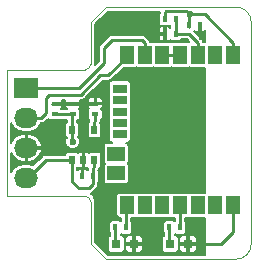
<source format=gbr>
%FSLAX46Y46*%
G04 Gerber Fmt 4.6, Leading zero omitted, Abs format (unit mm)*
G04 Created by KiCad (PCBNEW (2014-10-23 BZR 4804)-product) date mar. 16 déc. 2014 20:49:27 CET*
%MOMM*%
G01*
G04 APERTURE LIST*
%ADD10C,0.100000*%
%ADD11R,0.797560X0.797560*%
%ADD12R,2.032000X1.727200*%
%ADD13O,2.032000X1.727200*%
%ADD14R,1.200000X1.500000*%
%ADD15R,1.500000X1.200000*%
%ADD16R,1.200000X0.800000*%
%ADD17R,0.508000X0.762000*%
%ADD18R,0.398780X0.599440*%
%ADD19R,0.599440X0.398780*%
%ADD20C,0.600000*%
%ADD21C,0.254000*%
%ADD22C,0.150000*%
G04 APERTURE END LIST*
D10*
X137795000Y-91702700D02*
X137795000Y-88150700D01*
X137795000Y-103394700D02*
X137795000Y-106946700D01*
X130683000Y-102882700D02*
X137283000Y-102882700D01*
X130683000Y-92214700D02*
X130683000Y-102882700D01*
X137283000Y-92214700D02*
X130683000Y-92214700D01*
X137283000Y-102882700D02*
G75*
G02X137795000Y-103394700I0J-512000D01*
G01*
X137795000Y-91702700D02*
G75*
G02X137283000Y-92214700I-512000J0D01*
G01*
X150114000Y-86880700D02*
G75*
G02X151384000Y-88150700I0J-1270000D01*
G01*
X151384000Y-106946700D02*
G75*
G02X150114000Y-108216700I-1270000J0D01*
G01*
X139065000Y-108216700D02*
X137795000Y-106946700D01*
X150114000Y-108216700D02*
X139065000Y-108216700D01*
X151384000Y-88150700D02*
X151384000Y-106946700D01*
X139065000Y-86880700D02*
X150114000Y-86880700D01*
X137795000Y-88150700D02*
X139065000Y-86880700D01*
D11*
X139966700Y-106934000D03*
X141465300Y-106934000D03*
X144538700Y-106934000D03*
X146037300Y-106934000D03*
D12*
X132334000Y-93726000D03*
D13*
X132334000Y-96266000D03*
X132334000Y-98806000D03*
X132334000Y-101346000D03*
D14*
X140855000Y-103660000D03*
X142355000Y-103660000D03*
X143855000Y-103660000D03*
X145355000Y-103660000D03*
X146855000Y-103660000D03*
X148355000Y-103660000D03*
X149855000Y-103660000D03*
X149855000Y-90920000D03*
X148355000Y-90920000D03*
X146855000Y-90920000D03*
X145355000Y-90920000D03*
X143855000Y-90920000D03*
X142355000Y-90920000D03*
X140855000Y-90920000D03*
D15*
X139955000Y-99310000D03*
X139955000Y-100960000D03*
D16*
X140255000Y-97660000D03*
X140255000Y-96695000D03*
X140255000Y-95730000D03*
X140255000Y-94765000D03*
X140255000Y-93800000D03*
D17*
X136207500Y-99822000D03*
X138112500Y-99822000D03*
X136207500Y-97282000D03*
X137160000Y-99822000D03*
X138112500Y-97282000D03*
D18*
X146108420Y-88392000D03*
X147007580Y-88392000D03*
X144076420Y-89154000D03*
X144975580Y-89154000D03*
X137091420Y-101219000D03*
X137990580Y-101219000D03*
D19*
X138176000Y-95054420D03*
X138176000Y-95953580D03*
X136271000Y-95054420D03*
X136271000Y-95953580D03*
X134747000Y-95054420D03*
X134747000Y-95953580D03*
D18*
X140784580Y-105537000D03*
X139885420Y-105537000D03*
X145356580Y-105537000D03*
X144457420Y-105537000D03*
X144975580Y-87884000D03*
X144076420Y-87884000D03*
D20*
X136271000Y-98298000D03*
X146177000Y-87503000D03*
X138176000Y-94107000D03*
X143129000Y-89154000D03*
X147193000Y-89408000D03*
X143065500Y-106934000D03*
X147139873Y-106934000D03*
D21*
X146108420Y-88392000D02*
X146108420Y-88598064D01*
X136207500Y-97269300D02*
X136207500Y-97282000D01*
X134747000Y-95953600D02*
X136207500Y-95953600D01*
X136207500Y-97269300D02*
X136207500Y-96519700D01*
X136207500Y-95953600D02*
X136271000Y-95953600D01*
X136207500Y-95953600D02*
X136207500Y-96519700D01*
X136207500Y-97282000D02*
X136207500Y-98234500D01*
X136207500Y-98234500D02*
X136271000Y-98298000D01*
X149855000Y-90920000D02*
X149855000Y-89916000D01*
X149855000Y-89916000D02*
X147442000Y-87503000D01*
X147442000Y-87503000D02*
X146601264Y-87503000D01*
X146601264Y-87503000D02*
X146177000Y-87503000D01*
X146108420Y-87571580D02*
X146177000Y-87503000D01*
X146108420Y-88392000D02*
X146108420Y-87571580D01*
X145877001Y-87203001D02*
X146177000Y-87503000D01*
X144190999Y-87203001D02*
X145877001Y-87203001D01*
X144076420Y-87317580D02*
X144190999Y-87203001D01*
X144076420Y-87884000D02*
X144076420Y-87317580D01*
X137160000Y-95054400D02*
X138176000Y-95054400D01*
X136271000Y-95054400D02*
X137160000Y-95054400D01*
X137160000Y-95054400D02*
X137160000Y-99059700D01*
X134747000Y-95054400D02*
X134521300Y-95054400D01*
X136271000Y-95054400D02*
X134747000Y-95054400D01*
X137160000Y-99822000D02*
X137160000Y-100584300D01*
X137091400Y-101219000D02*
X137091400Y-100652900D01*
X137091400Y-100652900D02*
X137160000Y-100584300D01*
X137160000Y-99822000D02*
X137160000Y-99059700D01*
X149855000Y-105923000D02*
X149855000Y-103660000D01*
X148844000Y-106934000D02*
X149855000Y-105923000D01*
X138176000Y-95054420D02*
X138176000Y-94107000D01*
X144076420Y-89154000D02*
X143129000Y-89154000D01*
X147007580Y-89222580D02*
X147193000Y-89408000D01*
X147007580Y-88392000D02*
X147007580Y-89222580D01*
X141465300Y-106934000D02*
X143065500Y-106934000D01*
X146037300Y-106934000D02*
X147139873Y-106934000D01*
X147139873Y-106934000D02*
X148844000Y-106934000D01*
X146855000Y-90571398D02*
X146855000Y-90920000D01*
X144975580Y-89154000D02*
X144975580Y-87884000D01*
X145428970Y-89154000D02*
X144975580Y-89154000D01*
X146093000Y-89154000D02*
X145428970Y-89154000D01*
X146855000Y-89916000D02*
X146093000Y-89154000D01*
X146855000Y-90920000D02*
X146855000Y-89916000D01*
X137990600Y-101219000D02*
X137990600Y-101900000D01*
X137990600Y-100878500D02*
X137990600Y-101219000D01*
X137990600Y-100878500D02*
X137990600Y-100538000D01*
X137990600Y-100538000D02*
X138112500Y-100416100D01*
X138112500Y-100416100D02*
X138112500Y-99822000D01*
X134010400Y-99822000D02*
X136207500Y-99822000D01*
X132486400Y-101346000D02*
X134010400Y-99822000D01*
X132334000Y-101346000D02*
X132486400Y-101346000D01*
X136207500Y-99822000D02*
X136207500Y-101663500D01*
X136207500Y-101663500D02*
X136779000Y-102235000D01*
X137655600Y-102235000D02*
X137990600Y-101900000D01*
X136779000Y-102235000D02*
X137655600Y-102235000D01*
X138176000Y-95953600D02*
X138176000Y-96534300D01*
X138176000Y-96534300D02*
X138112500Y-96597800D01*
X138112500Y-96597800D02*
X138112500Y-97282000D01*
X139885420Y-106852720D02*
X139966700Y-106934000D01*
X139885420Y-105537000D02*
X139885420Y-106852720D01*
X144457420Y-106852720D02*
X144538700Y-106934000D01*
X144457420Y-105537000D02*
X144457420Y-106852720D01*
X142101000Y-89662000D02*
X142355000Y-89916000D01*
X139636500Y-89662000D02*
X142101000Y-89662000D01*
X142355000Y-89916000D02*
X142355000Y-90920000D01*
X138911966Y-90386534D02*
X139636500Y-89662000D01*
X138911966Y-91656534D02*
X138911966Y-90386534D01*
X136842500Y-93726000D02*
X138911966Y-91656534D01*
X132334000Y-93726000D02*
X136842500Y-93726000D01*
X133604000Y-96266000D02*
X132334000Y-96266000D01*
X133984285Y-95885715D02*
X133604000Y-96266000D01*
X134302500Y-94297500D02*
X133984285Y-94615715D01*
X133984285Y-94615715D02*
X133984285Y-95885715D01*
X136969500Y-94297500D02*
X134302500Y-94297500D01*
X138620500Y-92646500D02*
X136969500Y-94297500D01*
X139278500Y-92646500D02*
X140855000Y-91070000D01*
X140855000Y-91070000D02*
X140855000Y-90920000D01*
X138620500Y-92646500D02*
X139278500Y-92646500D01*
X140784580Y-103730420D02*
X140855000Y-103660000D01*
X140784580Y-105537000D02*
X140784580Y-103730420D01*
X145355000Y-103660000D02*
X145355000Y-104791300D01*
X145356600Y-105537000D02*
X145356600Y-104792900D01*
X145356600Y-104792900D02*
X145355000Y-104791300D01*
X143855000Y-90920000D02*
X145355000Y-90920000D01*
D22*
G36*
X146151063Y-89856945D02*
X146105000Y-89876024D01*
X146020442Y-89841000D01*
X145889558Y-89841000D01*
X144689558Y-89841000D01*
X144605000Y-89876024D01*
X144520442Y-89841000D01*
X144389558Y-89841000D01*
X144024420Y-89841000D01*
X144024420Y-89700470D01*
X144024420Y-89206000D01*
X144024420Y-89102000D01*
X144024420Y-88607530D01*
X143942170Y-88525280D01*
X143811588Y-88525280D01*
X143690667Y-88575367D01*
X143598117Y-88667916D01*
X143548030Y-88788838D01*
X143548030Y-88919722D01*
X143548030Y-89019750D01*
X143630280Y-89102000D01*
X144024420Y-89102000D01*
X144024420Y-89206000D01*
X143630280Y-89206000D01*
X143548030Y-89288250D01*
X143548030Y-89388278D01*
X143548030Y-89519162D01*
X143598117Y-89640084D01*
X143690667Y-89732633D01*
X143811588Y-89782720D01*
X143942170Y-89782720D01*
X144024420Y-89700470D01*
X144024420Y-89841000D01*
X143189558Y-89841000D01*
X143105000Y-89876024D01*
X143020442Y-89841000D01*
X142889558Y-89841000D01*
X142796081Y-89841000D01*
X142776289Y-89741496D01*
X142677441Y-89593559D01*
X142423441Y-89339559D01*
X142275504Y-89240711D01*
X142101000Y-89206000D01*
X139636505Y-89206000D01*
X139636500Y-89205999D01*
X139490948Y-89234951D01*
X139461996Y-89240711D01*
X139314059Y-89339559D01*
X138589525Y-90064093D01*
X138490677Y-90212030D01*
X138455966Y-90386534D01*
X138455966Y-91467652D01*
X138166717Y-91756900D01*
X138166717Y-91739309D01*
X138174000Y-91702700D01*
X138174000Y-88307686D01*
X139221986Y-87259700D01*
X143631933Y-87259700D01*
X143620420Y-87317580D01*
X143620420Y-87375613D01*
X143598117Y-87397916D01*
X143548030Y-87518838D01*
X143548030Y-87649722D01*
X143548030Y-88249162D01*
X143598117Y-88370083D01*
X143690666Y-88462633D01*
X143811588Y-88512720D01*
X143942472Y-88512720D01*
X144341252Y-88512720D01*
X144462173Y-88462633D01*
X144519580Y-88405226D01*
X144519580Y-88632773D01*
X144462173Y-88575367D01*
X144341252Y-88525280D01*
X144210670Y-88525280D01*
X144128420Y-88607530D01*
X144128420Y-89102000D01*
X144148420Y-89102000D01*
X144148420Y-89206000D01*
X144128420Y-89206000D01*
X144128420Y-89700470D01*
X144210670Y-89782720D01*
X144341252Y-89782720D01*
X144462173Y-89732633D01*
X144526000Y-89668806D01*
X144589826Y-89732633D01*
X144710748Y-89782720D01*
X144841632Y-89782720D01*
X145240412Y-89782720D01*
X145361333Y-89732633D01*
X145453883Y-89640084D01*
X145466344Y-89610000D01*
X145904118Y-89610000D01*
X146151063Y-89856945D01*
X146151063Y-89856945D01*
G37*
X146151063Y-89856945D02*
X146105000Y-89876024D01*
X146020442Y-89841000D01*
X145889558Y-89841000D01*
X144689558Y-89841000D01*
X144605000Y-89876024D01*
X144520442Y-89841000D01*
X144389558Y-89841000D01*
X144024420Y-89841000D01*
X144024420Y-89700470D01*
X144024420Y-89206000D01*
X144024420Y-89102000D01*
X144024420Y-88607530D01*
X143942170Y-88525280D01*
X143811588Y-88525280D01*
X143690667Y-88575367D01*
X143598117Y-88667916D01*
X143548030Y-88788838D01*
X143548030Y-88919722D01*
X143548030Y-89019750D01*
X143630280Y-89102000D01*
X144024420Y-89102000D01*
X144024420Y-89206000D01*
X143630280Y-89206000D01*
X143548030Y-89288250D01*
X143548030Y-89388278D01*
X143548030Y-89519162D01*
X143598117Y-89640084D01*
X143690667Y-89732633D01*
X143811588Y-89782720D01*
X143942170Y-89782720D01*
X144024420Y-89700470D01*
X144024420Y-89841000D01*
X143189558Y-89841000D01*
X143105000Y-89876024D01*
X143020442Y-89841000D01*
X142889558Y-89841000D01*
X142796081Y-89841000D01*
X142776289Y-89741496D01*
X142677441Y-89593559D01*
X142423441Y-89339559D01*
X142275504Y-89240711D01*
X142101000Y-89206000D01*
X139636505Y-89206000D01*
X139636500Y-89205999D01*
X139490948Y-89234951D01*
X139461996Y-89240711D01*
X139314059Y-89339559D01*
X138589525Y-90064093D01*
X138490677Y-90212030D01*
X138455966Y-90386534D01*
X138455966Y-91467652D01*
X138166717Y-91756900D01*
X138166717Y-91739309D01*
X138174000Y-91702700D01*
X138174000Y-88307686D01*
X139221986Y-87259700D01*
X143631933Y-87259700D01*
X143620420Y-87317580D01*
X143620420Y-87375613D01*
X143598117Y-87397916D01*
X143548030Y-87518838D01*
X143548030Y-87649722D01*
X143548030Y-88249162D01*
X143598117Y-88370083D01*
X143690666Y-88462633D01*
X143811588Y-88512720D01*
X143942472Y-88512720D01*
X144341252Y-88512720D01*
X144462173Y-88462633D01*
X144519580Y-88405226D01*
X144519580Y-88632773D01*
X144462173Y-88575367D01*
X144341252Y-88525280D01*
X144210670Y-88525280D01*
X144128420Y-88607530D01*
X144128420Y-89102000D01*
X144148420Y-89102000D01*
X144148420Y-89206000D01*
X144128420Y-89206000D01*
X144128420Y-89700470D01*
X144210670Y-89782720D01*
X144341252Y-89782720D01*
X144462173Y-89732633D01*
X144526000Y-89668806D01*
X144589826Y-89732633D01*
X144710748Y-89782720D01*
X144841632Y-89782720D01*
X145240412Y-89782720D01*
X145361333Y-89732633D01*
X145453883Y-89640084D01*
X145466344Y-89610000D01*
X145904118Y-89610000D01*
X146151063Y-89856945D01*
G36*
X147510500Y-89841000D02*
X147389558Y-89841000D01*
X147296082Y-89841000D01*
X147282048Y-89770448D01*
X147276289Y-89741497D01*
X147276289Y-89741496D01*
X147177441Y-89593559D01*
X146524344Y-88940462D01*
X146558000Y-88906806D01*
X146621827Y-88970633D01*
X146742748Y-89020720D01*
X146873330Y-89020720D01*
X146955580Y-88938470D01*
X146955580Y-88444000D01*
X146935580Y-88444000D01*
X146935580Y-88340000D01*
X146955580Y-88340000D01*
X146955580Y-88320000D01*
X147059580Y-88320000D01*
X147059580Y-88340000D01*
X147079580Y-88340000D01*
X147079580Y-88444000D01*
X147059580Y-88444000D01*
X147059580Y-88938470D01*
X147141830Y-89020720D01*
X147272412Y-89020720D01*
X147393333Y-88970633D01*
X147485883Y-88878084D01*
X147510500Y-88818652D01*
X147510500Y-89841000D01*
X147510500Y-89841000D01*
G37*
X147510500Y-89841000D02*
X147389558Y-89841000D01*
X147296082Y-89841000D01*
X147282048Y-89770448D01*
X147276289Y-89741497D01*
X147276289Y-89741496D01*
X147177441Y-89593559D01*
X146524344Y-88940462D01*
X146558000Y-88906806D01*
X146621827Y-88970633D01*
X146742748Y-89020720D01*
X146873330Y-89020720D01*
X146955580Y-88938470D01*
X146955580Y-88444000D01*
X146935580Y-88444000D01*
X146935580Y-88340000D01*
X146955580Y-88340000D01*
X146955580Y-88320000D01*
X147059580Y-88320000D01*
X147059580Y-88340000D01*
X147079580Y-88340000D01*
X147079580Y-88444000D01*
X147059580Y-88444000D01*
X147059580Y-88938470D01*
X147141830Y-89020720D01*
X147272412Y-89020720D01*
X147393333Y-88970633D01*
X147485883Y-88878084D01*
X147510500Y-88818652D01*
X147510500Y-89841000D01*
G36*
X147510500Y-107837700D02*
X146765080Y-107837700D01*
X146765080Y-107398222D01*
X146765080Y-107267338D01*
X146765080Y-107068250D01*
X146765080Y-106799750D01*
X146765080Y-106600662D01*
X146765080Y-106469778D01*
X146714993Y-106348856D01*
X146622443Y-106256307D01*
X146501522Y-106206220D01*
X146171550Y-106206220D01*
X146089300Y-106288470D01*
X146089300Y-106882000D01*
X146682830Y-106882000D01*
X146765080Y-106799750D01*
X146765080Y-107068250D01*
X146682830Y-106986000D01*
X146089300Y-106986000D01*
X146089300Y-107579530D01*
X146171550Y-107661780D01*
X146501522Y-107661780D01*
X146622443Y-107611693D01*
X146714993Y-107519144D01*
X146765080Y-107398222D01*
X146765080Y-107837700D01*
X145985300Y-107837700D01*
X145985300Y-107579530D01*
X145985300Y-106986000D01*
X145985300Y-106882000D01*
X145985300Y-106288470D01*
X145903050Y-106206220D01*
X145573078Y-106206220D01*
X145452157Y-106256307D01*
X145359607Y-106348856D01*
X145309520Y-106469778D01*
X145309520Y-106600662D01*
X145309520Y-106799750D01*
X145391770Y-106882000D01*
X145985300Y-106882000D01*
X145985300Y-106986000D01*
X145391770Y-106986000D01*
X145309520Y-107068250D01*
X145309520Y-107267338D01*
X145309520Y-107398222D01*
X145359607Y-107519144D01*
X145452157Y-107611693D01*
X145573078Y-107661780D01*
X145903050Y-107661780D01*
X145985300Y-107579530D01*
X145985300Y-107837700D01*
X142193080Y-107837700D01*
X142193080Y-107398222D01*
X142193080Y-107267338D01*
X142193080Y-107068250D01*
X142193080Y-106799750D01*
X142193080Y-106600662D01*
X142193080Y-106469778D01*
X142142993Y-106348856D01*
X142050443Y-106256307D01*
X141929522Y-106206220D01*
X141599550Y-106206220D01*
X141517300Y-106288470D01*
X141517300Y-106882000D01*
X142110830Y-106882000D01*
X142193080Y-106799750D01*
X142193080Y-107068250D01*
X142110830Y-106986000D01*
X141517300Y-106986000D01*
X141517300Y-107579530D01*
X141599550Y-107661780D01*
X141929522Y-107661780D01*
X142050443Y-107611693D01*
X142142993Y-107519144D01*
X142193080Y-107398222D01*
X142193080Y-107837700D01*
X141413300Y-107837700D01*
X141413300Y-107579530D01*
X141413300Y-106986000D01*
X141413300Y-106882000D01*
X141413300Y-106288470D01*
X141331050Y-106206220D01*
X141001078Y-106206220D01*
X140880157Y-106256307D01*
X140787607Y-106348856D01*
X140737520Y-106469778D01*
X140737520Y-106600662D01*
X140737520Y-106799750D01*
X140819770Y-106882000D01*
X141413300Y-106882000D01*
X141413300Y-106986000D01*
X140819770Y-106986000D01*
X140737520Y-107068250D01*
X140737520Y-107267338D01*
X140737520Y-107398222D01*
X140787607Y-107519144D01*
X140880157Y-107611693D01*
X141001078Y-107661780D01*
X141331050Y-107661780D01*
X141413300Y-107579530D01*
X141413300Y-107837700D01*
X139221986Y-107837700D01*
X138804720Y-107420433D01*
X138804720Y-96218412D01*
X138804720Y-96087528D01*
X138804720Y-95688748D01*
X138754633Y-95567827D01*
X138690806Y-95504000D01*
X138754633Y-95440173D01*
X138804720Y-95319252D01*
X138804720Y-95188670D01*
X138804720Y-94920170D01*
X138804720Y-94789588D01*
X138754633Y-94668667D01*
X138662084Y-94576117D01*
X138541162Y-94526030D01*
X138410278Y-94526030D01*
X138310250Y-94526030D01*
X138228000Y-94608280D01*
X138228000Y-95002420D01*
X138722470Y-95002420D01*
X138804720Y-94920170D01*
X138804720Y-95188670D01*
X138722470Y-95106420D01*
X138228000Y-95106420D01*
X138228000Y-95126420D01*
X138124000Y-95126420D01*
X138124000Y-95106420D01*
X138124000Y-95002420D01*
X138124000Y-94608280D01*
X138041750Y-94526030D01*
X137941722Y-94526030D01*
X137810838Y-94526030D01*
X137689916Y-94576117D01*
X137597367Y-94668667D01*
X137547280Y-94789588D01*
X137547280Y-94920170D01*
X137629530Y-95002420D01*
X138124000Y-95002420D01*
X138124000Y-95106420D01*
X137629530Y-95106420D01*
X137547280Y-95188670D01*
X137547280Y-95319252D01*
X137597367Y-95440173D01*
X137661193Y-95504000D01*
X137597367Y-95567826D01*
X137547280Y-95688748D01*
X137547280Y-95819632D01*
X137547280Y-96218412D01*
X137597367Y-96339333D01*
X137689571Y-96431538D01*
X137656500Y-96597800D01*
X137656500Y-96637723D01*
X137579587Y-96714636D01*
X137529500Y-96835558D01*
X137529500Y-96966442D01*
X137529500Y-97728442D01*
X137579587Y-97849363D01*
X137672136Y-97941913D01*
X137793058Y-97992000D01*
X137923942Y-97992000D01*
X138431942Y-97992000D01*
X138552863Y-97941913D01*
X138645413Y-97849364D01*
X138695500Y-97728442D01*
X138695500Y-97597558D01*
X138695500Y-96835558D01*
X138645413Y-96714637D01*
X138604306Y-96673529D01*
X138632000Y-96534300D01*
X138632001Y-96534300D01*
X138632000Y-96534294D01*
X138632000Y-96444343D01*
X138662083Y-96431883D01*
X138754633Y-96339334D01*
X138804720Y-96218412D01*
X138804720Y-107420433D01*
X138174000Y-106789713D01*
X138174000Y-103394700D01*
X138166717Y-103358090D01*
X138166718Y-103320761D01*
X138127744Y-103124826D01*
X138093253Y-103041559D01*
X138071154Y-102988206D01*
X138071152Y-102988204D01*
X137960167Y-102822101D01*
X137960165Y-102822099D01*
X137855601Y-102717535D01*
X137855599Y-102717533D01*
X137779118Y-102666430D01*
X137830103Y-102656289D01*
X137830104Y-102656289D01*
X137978041Y-102557441D01*
X138313037Y-102222443D01*
X138313041Y-102222441D01*
X138313041Y-102222440D01*
X138379089Y-102123592D01*
X138411889Y-102074504D01*
X138411890Y-102074503D01*
X138446600Y-101900000D01*
X138446601Y-101900000D01*
X138446600Y-101899994D01*
X138446600Y-101727366D01*
X138468883Y-101705084D01*
X138518970Y-101584162D01*
X138518970Y-101453278D01*
X138518970Y-100853838D01*
X138468883Y-100732917D01*
X138450788Y-100714822D01*
X138500989Y-100639692D01*
X138533789Y-100590604D01*
X138533790Y-100590603D01*
X138556042Y-100478733D01*
X138645413Y-100389364D01*
X138695500Y-100268442D01*
X138695500Y-100137558D01*
X138695500Y-99375558D01*
X138645413Y-99254637D01*
X138552864Y-99162087D01*
X138431942Y-99112000D01*
X138301058Y-99112000D01*
X137793058Y-99112000D01*
X137672137Y-99162087D01*
X137636250Y-99197973D01*
X137600363Y-99162087D01*
X137479442Y-99112000D01*
X137294250Y-99112000D01*
X137212000Y-99194250D01*
X137212000Y-99770000D01*
X137232000Y-99770000D01*
X137232000Y-99874000D01*
X137212000Y-99874000D01*
X137212000Y-100449750D01*
X137294250Y-100532000D01*
X137479442Y-100532000D01*
X137540853Y-100506562D01*
X137534600Y-100538000D01*
X137534600Y-100697793D01*
X137477173Y-100640367D01*
X137356252Y-100590280D01*
X137225670Y-100590280D01*
X137143420Y-100672530D01*
X137143420Y-101167000D01*
X137163420Y-101167000D01*
X137163420Y-101271000D01*
X137143420Y-101271000D01*
X137143420Y-101291000D01*
X137039420Y-101291000D01*
X137039420Y-101271000D01*
X137019420Y-101271000D01*
X137019420Y-101167000D01*
X137039420Y-101167000D01*
X137039420Y-100672530D01*
X136957170Y-100590280D01*
X136826588Y-100590280D01*
X136705667Y-100640367D01*
X136663500Y-100682533D01*
X136663500Y-100466276D01*
X136683750Y-100446026D01*
X136719637Y-100481913D01*
X136840558Y-100532000D01*
X137025750Y-100532000D01*
X137108000Y-100449750D01*
X137108000Y-99874000D01*
X137088000Y-99874000D01*
X137088000Y-99770000D01*
X137108000Y-99770000D01*
X137108000Y-99194250D01*
X137025750Y-99112000D01*
X136840558Y-99112000D01*
X136719637Y-99162087D01*
X136683750Y-99197973D01*
X136647864Y-99162087D01*
X136526942Y-99112000D01*
X136396058Y-99112000D01*
X135888058Y-99112000D01*
X135767137Y-99162087D01*
X135674587Y-99254636D01*
X135628459Y-99366000D01*
X134010400Y-99366000D01*
X133835896Y-99400711D01*
X133687959Y-99499559D01*
X133687956Y-99499562D01*
X133655062Y-99532456D01*
X133655062Y-99043746D01*
X133655062Y-98568254D01*
X133608118Y-98397653D01*
X133366465Y-97999474D01*
X132990830Y-97724081D01*
X132538400Y-97613400D01*
X132386000Y-97613400D01*
X132386000Y-98754000D01*
X133595532Y-98754000D01*
X133655062Y-98568254D01*
X133655062Y-99043746D01*
X133595532Y-98858000D01*
X132386000Y-98858000D01*
X132386000Y-99998600D01*
X132538400Y-99998600D01*
X132990830Y-99887919D01*
X133366465Y-99612526D01*
X133608118Y-99214347D01*
X133655062Y-99043746D01*
X133655062Y-99532456D01*
X132947618Y-100239900D01*
X132512750Y-100153400D01*
X132155250Y-100153400D01*
X131698862Y-100244181D01*
X131311954Y-100502704D01*
X131062000Y-100876787D01*
X131062000Y-99217836D01*
X131301535Y-99612526D01*
X131677170Y-99887919D01*
X132129600Y-99998600D01*
X132282000Y-99998600D01*
X132282000Y-98858000D01*
X132262000Y-98858000D01*
X132262000Y-98754000D01*
X132282000Y-98754000D01*
X132282000Y-97613400D01*
X132129600Y-97613400D01*
X131677170Y-97724081D01*
X131301535Y-97999474D01*
X131062000Y-98394163D01*
X131062000Y-96735212D01*
X131311954Y-97109296D01*
X131698862Y-97367819D01*
X132155250Y-97458600D01*
X132512750Y-97458600D01*
X132969138Y-97367819D01*
X133356046Y-97109296D01*
X133614569Y-96722388D01*
X133615084Y-96719795D01*
X133778503Y-96687289D01*
X133778504Y-96687289D01*
X133926441Y-96588441D01*
X134171957Y-96342924D01*
X134260916Y-96431883D01*
X134381838Y-96481970D01*
X134512722Y-96481970D01*
X135112162Y-96481970D01*
X135233083Y-96431883D01*
X135255366Y-96409600D01*
X135751500Y-96409600D01*
X135751500Y-96519700D01*
X135751500Y-96637723D01*
X135674587Y-96714636D01*
X135624500Y-96835558D01*
X135624500Y-96966442D01*
X135624500Y-97728442D01*
X135674587Y-97849363D01*
X135751500Y-97926276D01*
X135751500Y-97927829D01*
X135738071Y-97941235D01*
X135642109Y-98172335D01*
X135641891Y-98422567D01*
X135737449Y-98653834D01*
X135914235Y-98830929D01*
X136145335Y-98926891D01*
X136395567Y-98927109D01*
X136626834Y-98831551D01*
X136803929Y-98654765D01*
X136899891Y-98423665D01*
X136900109Y-98173433D01*
X136804551Y-97942166D01*
X136726149Y-97863627D01*
X136740413Y-97849364D01*
X136790500Y-97728442D01*
X136790500Y-97597558D01*
X136790500Y-96835558D01*
X136740413Y-96714637D01*
X136663500Y-96637723D01*
X136663500Y-96519700D01*
X136663500Y-96470646D01*
X136757083Y-96431883D01*
X136849633Y-96339334D01*
X136899720Y-96218412D01*
X136899720Y-96087528D01*
X136899720Y-95688748D01*
X136849633Y-95567827D01*
X136785806Y-95504000D01*
X136849633Y-95440173D01*
X136899720Y-95319252D01*
X136899720Y-95188670D01*
X136817470Y-95106420D01*
X136323000Y-95106420D01*
X136323000Y-95126420D01*
X136219000Y-95126420D01*
X136219000Y-95106420D01*
X135724530Y-95106420D01*
X135642280Y-95188670D01*
X135642280Y-95319252D01*
X135692367Y-95440173D01*
X135749793Y-95497600D01*
X135268206Y-95497600D01*
X135325633Y-95440173D01*
X135375720Y-95319252D01*
X135375720Y-95188670D01*
X135293470Y-95106420D01*
X134799000Y-95106420D01*
X134799000Y-95126420D01*
X134695000Y-95126420D01*
X134695000Y-95106420D01*
X134675000Y-95106420D01*
X134675000Y-95002420D01*
X134695000Y-95002420D01*
X134695000Y-94982420D01*
X134799000Y-94982420D01*
X134799000Y-95002420D01*
X135293470Y-95002420D01*
X135375720Y-94920170D01*
X135375720Y-94789588D01*
X135360771Y-94753500D01*
X135657228Y-94753500D01*
X135642280Y-94789588D01*
X135642280Y-94920170D01*
X135724530Y-95002420D01*
X136219000Y-95002420D01*
X136219000Y-94982420D01*
X136323000Y-94982420D01*
X136323000Y-95002420D01*
X136817470Y-95002420D01*
X136899720Y-94920170D01*
X136899720Y-94789588D01*
X136884771Y-94753500D01*
X136969500Y-94753500D01*
X137144003Y-94718789D01*
X137144004Y-94718789D01*
X137291941Y-94619941D01*
X138809381Y-93102500D01*
X139278500Y-93102500D01*
X139453003Y-93067789D01*
X139453004Y-93067789D01*
X139600941Y-92968941D01*
X140570881Y-91999000D01*
X141520442Y-91999000D01*
X141604999Y-91963975D01*
X141689558Y-91999000D01*
X141820442Y-91999000D01*
X143020442Y-91999000D01*
X143104999Y-91963975D01*
X143189558Y-91999000D01*
X143320442Y-91999000D01*
X144520442Y-91999000D01*
X144604999Y-91963975D01*
X144689558Y-91999000D01*
X144820442Y-91999000D01*
X146020442Y-91999000D01*
X146104999Y-91963975D01*
X146189558Y-91999000D01*
X146320442Y-91999000D01*
X147510500Y-91999000D01*
X147510500Y-102581000D01*
X147389558Y-102581000D01*
X146189558Y-102581000D01*
X146105000Y-102616024D01*
X146020442Y-102581000D01*
X145889558Y-102581000D01*
X144689558Y-102581000D01*
X144605000Y-102616024D01*
X144520442Y-102581000D01*
X144389558Y-102581000D01*
X143189558Y-102581000D01*
X143105000Y-102616024D01*
X143020442Y-102581000D01*
X142889558Y-102581000D01*
X141689558Y-102581000D01*
X141605000Y-102616024D01*
X141520442Y-102581000D01*
X141389558Y-102581000D01*
X141184000Y-102581000D01*
X141184000Y-98125442D01*
X141184000Y-97994558D01*
X141184000Y-97194558D01*
X141176934Y-97177500D01*
X141184000Y-97160442D01*
X141184000Y-97029558D01*
X141184000Y-96229558D01*
X141176934Y-96212500D01*
X141184000Y-96195442D01*
X141184000Y-96064558D01*
X141184000Y-95264558D01*
X141176934Y-95247500D01*
X141184000Y-95230442D01*
X141184000Y-95099558D01*
X141184000Y-94299558D01*
X141176934Y-94282500D01*
X141184000Y-94265442D01*
X141184000Y-94134558D01*
X141184000Y-93334558D01*
X141133913Y-93213637D01*
X141041364Y-93121087D01*
X140920442Y-93071000D01*
X140789558Y-93071000D01*
X139589558Y-93071000D01*
X139468637Y-93121087D01*
X139376087Y-93213636D01*
X139326000Y-93334558D01*
X139326000Y-93465442D01*
X139326000Y-94265442D01*
X139333065Y-94282499D01*
X139326000Y-94299558D01*
X139326000Y-94430442D01*
X139326000Y-95230442D01*
X139333065Y-95247499D01*
X139326000Y-95264558D01*
X139326000Y-95395442D01*
X139326000Y-96195442D01*
X139333065Y-96212499D01*
X139326000Y-96229558D01*
X139326000Y-96360442D01*
X139326000Y-97160442D01*
X139333065Y-97177499D01*
X139326000Y-97194558D01*
X139326000Y-97325442D01*
X139326000Y-98125442D01*
X139376087Y-98246363D01*
X139468636Y-98338913D01*
X139570244Y-98381000D01*
X139139558Y-98381000D01*
X139018637Y-98431087D01*
X138926087Y-98523636D01*
X138876000Y-98644558D01*
X138876000Y-98775442D01*
X138876000Y-99975442D01*
X138926087Y-100096363D01*
X138964723Y-100134999D01*
X138926087Y-100173636D01*
X138876000Y-100294558D01*
X138876000Y-100425442D01*
X138876000Y-101625442D01*
X138926087Y-101746363D01*
X139018636Y-101838913D01*
X139139558Y-101889000D01*
X139270442Y-101889000D01*
X140770442Y-101889000D01*
X140891363Y-101838913D01*
X140983913Y-101746364D01*
X141034000Y-101625442D01*
X141034000Y-101494558D01*
X141034000Y-100294558D01*
X140983913Y-100173637D01*
X140945276Y-100135000D01*
X140983913Y-100096364D01*
X141034000Y-99975442D01*
X141034000Y-99844558D01*
X141034000Y-98644558D01*
X140983913Y-98523637D01*
X140891364Y-98431087D01*
X140789755Y-98389000D01*
X140920442Y-98389000D01*
X141041363Y-98338913D01*
X141133913Y-98246364D01*
X141184000Y-98125442D01*
X141184000Y-102581000D01*
X140189558Y-102581000D01*
X140068637Y-102631087D01*
X139976087Y-102723636D01*
X139926000Y-102844558D01*
X139926000Y-102975442D01*
X139926000Y-104475442D01*
X139976087Y-104596363D01*
X140068636Y-104688913D01*
X140189558Y-104739000D01*
X140320442Y-104739000D01*
X140328580Y-104739000D01*
X140328580Y-105015773D01*
X140271174Y-104958367D01*
X140150252Y-104908280D01*
X140019368Y-104908280D01*
X139620588Y-104908280D01*
X139499667Y-104958367D01*
X139407117Y-105050916D01*
X139357030Y-105171838D01*
X139357030Y-105302722D01*
X139357030Y-105902162D01*
X139407117Y-106023083D01*
X139429420Y-106045386D01*
X139429420Y-106236481D01*
X139381557Y-106256307D01*
X139289007Y-106348856D01*
X139238920Y-106469778D01*
X139238920Y-106600662D01*
X139238920Y-107398222D01*
X139289007Y-107519143D01*
X139381556Y-107611693D01*
X139502478Y-107661780D01*
X139633362Y-107661780D01*
X140430922Y-107661780D01*
X140551843Y-107611693D01*
X140644393Y-107519144D01*
X140694480Y-107398222D01*
X140694480Y-107267338D01*
X140694480Y-106469778D01*
X140644393Y-106348857D01*
X140551844Y-106256307D01*
X140430922Y-106206220D01*
X140341420Y-106206220D01*
X140341420Y-106058226D01*
X140398826Y-106115633D01*
X140519748Y-106165720D01*
X140650632Y-106165720D01*
X141049412Y-106165720D01*
X141170333Y-106115633D01*
X141262883Y-106023084D01*
X141312970Y-105902162D01*
X141312970Y-105771278D01*
X141312970Y-105171838D01*
X141262883Y-105050917D01*
X141240580Y-105028613D01*
X141240580Y-104739000D01*
X141520442Y-104739000D01*
X141604999Y-104703975D01*
X141689558Y-104739000D01*
X141820442Y-104739000D01*
X143020442Y-104739000D01*
X143104999Y-104703975D01*
X143189558Y-104739000D01*
X143320442Y-104739000D01*
X144520442Y-104739000D01*
X144604999Y-104703975D01*
X144689558Y-104739000D01*
X144820442Y-104739000D01*
X144899000Y-104739000D01*
X144899000Y-104791300D01*
X144900600Y-104799343D01*
X144900600Y-105015793D01*
X144843174Y-104958367D01*
X144722252Y-104908280D01*
X144591368Y-104908280D01*
X144192588Y-104908280D01*
X144071667Y-104958367D01*
X143979117Y-105050916D01*
X143929030Y-105171838D01*
X143929030Y-105302722D01*
X143929030Y-105902162D01*
X143979117Y-106023083D01*
X144001420Y-106045386D01*
X144001420Y-106236481D01*
X143953557Y-106256307D01*
X143861007Y-106348856D01*
X143810920Y-106469778D01*
X143810920Y-106600662D01*
X143810920Y-107398222D01*
X143861007Y-107519143D01*
X143953556Y-107611693D01*
X144074478Y-107661780D01*
X144205362Y-107661780D01*
X145002922Y-107661780D01*
X145123843Y-107611693D01*
X145216393Y-107519144D01*
X145266480Y-107398222D01*
X145266480Y-107267338D01*
X145266480Y-106469778D01*
X145216393Y-106348857D01*
X145123844Y-106256307D01*
X145002922Y-106206220D01*
X144913420Y-106206220D01*
X144913420Y-106058226D01*
X144970826Y-106115633D01*
X145091748Y-106165720D01*
X145222632Y-106165720D01*
X145621412Y-106165720D01*
X145742333Y-106115633D01*
X145834883Y-106023084D01*
X145884970Y-105902162D01*
X145884970Y-105771278D01*
X145884970Y-105171838D01*
X145834883Y-105050917D01*
X145812600Y-105028633D01*
X145812600Y-104792905D01*
X145812600Y-104792900D01*
X145812601Y-104792900D01*
X145811000Y-104784856D01*
X145811000Y-104784851D01*
X145811000Y-104739000D01*
X146020442Y-104739000D01*
X146104999Y-104703975D01*
X146189558Y-104739000D01*
X146320442Y-104739000D01*
X147510500Y-104739000D01*
X147510500Y-107837700D01*
X147510500Y-107837700D01*
G37*
X147510500Y-107837700D02*
X146765080Y-107837700D01*
X146765080Y-107398222D01*
X146765080Y-107267338D01*
X146765080Y-107068250D01*
X146765080Y-106799750D01*
X146765080Y-106600662D01*
X146765080Y-106469778D01*
X146714993Y-106348856D01*
X146622443Y-106256307D01*
X146501522Y-106206220D01*
X146171550Y-106206220D01*
X146089300Y-106288470D01*
X146089300Y-106882000D01*
X146682830Y-106882000D01*
X146765080Y-106799750D01*
X146765080Y-107068250D01*
X146682830Y-106986000D01*
X146089300Y-106986000D01*
X146089300Y-107579530D01*
X146171550Y-107661780D01*
X146501522Y-107661780D01*
X146622443Y-107611693D01*
X146714993Y-107519144D01*
X146765080Y-107398222D01*
X146765080Y-107837700D01*
X145985300Y-107837700D01*
X145985300Y-107579530D01*
X145985300Y-106986000D01*
X145985300Y-106882000D01*
X145985300Y-106288470D01*
X145903050Y-106206220D01*
X145573078Y-106206220D01*
X145452157Y-106256307D01*
X145359607Y-106348856D01*
X145309520Y-106469778D01*
X145309520Y-106600662D01*
X145309520Y-106799750D01*
X145391770Y-106882000D01*
X145985300Y-106882000D01*
X145985300Y-106986000D01*
X145391770Y-106986000D01*
X145309520Y-107068250D01*
X145309520Y-107267338D01*
X145309520Y-107398222D01*
X145359607Y-107519144D01*
X145452157Y-107611693D01*
X145573078Y-107661780D01*
X145903050Y-107661780D01*
X145985300Y-107579530D01*
X145985300Y-107837700D01*
X142193080Y-107837700D01*
X142193080Y-107398222D01*
X142193080Y-107267338D01*
X142193080Y-107068250D01*
X142193080Y-106799750D01*
X142193080Y-106600662D01*
X142193080Y-106469778D01*
X142142993Y-106348856D01*
X142050443Y-106256307D01*
X141929522Y-106206220D01*
X141599550Y-106206220D01*
X141517300Y-106288470D01*
X141517300Y-106882000D01*
X142110830Y-106882000D01*
X142193080Y-106799750D01*
X142193080Y-107068250D01*
X142110830Y-106986000D01*
X141517300Y-106986000D01*
X141517300Y-107579530D01*
X141599550Y-107661780D01*
X141929522Y-107661780D01*
X142050443Y-107611693D01*
X142142993Y-107519144D01*
X142193080Y-107398222D01*
X142193080Y-107837700D01*
X141413300Y-107837700D01*
X141413300Y-107579530D01*
X141413300Y-106986000D01*
X141413300Y-106882000D01*
X141413300Y-106288470D01*
X141331050Y-106206220D01*
X141001078Y-106206220D01*
X140880157Y-106256307D01*
X140787607Y-106348856D01*
X140737520Y-106469778D01*
X140737520Y-106600662D01*
X140737520Y-106799750D01*
X140819770Y-106882000D01*
X141413300Y-106882000D01*
X141413300Y-106986000D01*
X140819770Y-106986000D01*
X140737520Y-107068250D01*
X140737520Y-107267338D01*
X140737520Y-107398222D01*
X140787607Y-107519144D01*
X140880157Y-107611693D01*
X141001078Y-107661780D01*
X141331050Y-107661780D01*
X141413300Y-107579530D01*
X141413300Y-107837700D01*
X139221986Y-107837700D01*
X138804720Y-107420433D01*
X138804720Y-96218412D01*
X138804720Y-96087528D01*
X138804720Y-95688748D01*
X138754633Y-95567827D01*
X138690806Y-95504000D01*
X138754633Y-95440173D01*
X138804720Y-95319252D01*
X138804720Y-95188670D01*
X138804720Y-94920170D01*
X138804720Y-94789588D01*
X138754633Y-94668667D01*
X138662084Y-94576117D01*
X138541162Y-94526030D01*
X138410278Y-94526030D01*
X138310250Y-94526030D01*
X138228000Y-94608280D01*
X138228000Y-95002420D01*
X138722470Y-95002420D01*
X138804720Y-94920170D01*
X138804720Y-95188670D01*
X138722470Y-95106420D01*
X138228000Y-95106420D01*
X138228000Y-95126420D01*
X138124000Y-95126420D01*
X138124000Y-95106420D01*
X138124000Y-95002420D01*
X138124000Y-94608280D01*
X138041750Y-94526030D01*
X137941722Y-94526030D01*
X137810838Y-94526030D01*
X137689916Y-94576117D01*
X137597367Y-94668667D01*
X137547280Y-94789588D01*
X137547280Y-94920170D01*
X137629530Y-95002420D01*
X138124000Y-95002420D01*
X138124000Y-95106420D01*
X137629530Y-95106420D01*
X137547280Y-95188670D01*
X137547280Y-95319252D01*
X137597367Y-95440173D01*
X137661193Y-95504000D01*
X137597367Y-95567826D01*
X137547280Y-95688748D01*
X137547280Y-95819632D01*
X137547280Y-96218412D01*
X137597367Y-96339333D01*
X137689571Y-96431538D01*
X137656500Y-96597800D01*
X137656500Y-96637723D01*
X137579587Y-96714636D01*
X137529500Y-96835558D01*
X137529500Y-96966442D01*
X137529500Y-97728442D01*
X137579587Y-97849363D01*
X137672136Y-97941913D01*
X137793058Y-97992000D01*
X137923942Y-97992000D01*
X138431942Y-97992000D01*
X138552863Y-97941913D01*
X138645413Y-97849364D01*
X138695500Y-97728442D01*
X138695500Y-97597558D01*
X138695500Y-96835558D01*
X138645413Y-96714637D01*
X138604306Y-96673529D01*
X138632000Y-96534300D01*
X138632001Y-96534300D01*
X138632000Y-96534294D01*
X138632000Y-96444343D01*
X138662083Y-96431883D01*
X138754633Y-96339334D01*
X138804720Y-96218412D01*
X138804720Y-107420433D01*
X138174000Y-106789713D01*
X138174000Y-103394700D01*
X138166717Y-103358090D01*
X138166718Y-103320761D01*
X138127744Y-103124826D01*
X138093253Y-103041559D01*
X138071154Y-102988206D01*
X138071152Y-102988204D01*
X137960167Y-102822101D01*
X137960165Y-102822099D01*
X137855601Y-102717535D01*
X137855599Y-102717533D01*
X137779118Y-102666430D01*
X137830103Y-102656289D01*
X137830104Y-102656289D01*
X137978041Y-102557441D01*
X138313037Y-102222443D01*
X138313041Y-102222441D01*
X138313041Y-102222440D01*
X138379089Y-102123592D01*
X138411889Y-102074504D01*
X138411890Y-102074503D01*
X138446600Y-101900000D01*
X138446601Y-101900000D01*
X138446600Y-101899994D01*
X138446600Y-101727366D01*
X138468883Y-101705084D01*
X138518970Y-101584162D01*
X138518970Y-101453278D01*
X138518970Y-100853838D01*
X138468883Y-100732917D01*
X138450788Y-100714822D01*
X138500989Y-100639692D01*
X138533789Y-100590604D01*
X138533790Y-100590603D01*
X138556042Y-100478733D01*
X138645413Y-100389364D01*
X138695500Y-100268442D01*
X138695500Y-100137558D01*
X138695500Y-99375558D01*
X138645413Y-99254637D01*
X138552864Y-99162087D01*
X138431942Y-99112000D01*
X138301058Y-99112000D01*
X137793058Y-99112000D01*
X137672137Y-99162087D01*
X137636250Y-99197973D01*
X137600363Y-99162087D01*
X137479442Y-99112000D01*
X137294250Y-99112000D01*
X137212000Y-99194250D01*
X137212000Y-99770000D01*
X137232000Y-99770000D01*
X137232000Y-99874000D01*
X137212000Y-99874000D01*
X137212000Y-100449750D01*
X137294250Y-100532000D01*
X137479442Y-100532000D01*
X137540853Y-100506562D01*
X137534600Y-100538000D01*
X137534600Y-100697793D01*
X137477173Y-100640367D01*
X137356252Y-100590280D01*
X137225670Y-100590280D01*
X137143420Y-100672530D01*
X137143420Y-101167000D01*
X137163420Y-101167000D01*
X137163420Y-101271000D01*
X137143420Y-101271000D01*
X137143420Y-101291000D01*
X137039420Y-101291000D01*
X137039420Y-101271000D01*
X137019420Y-101271000D01*
X137019420Y-101167000D01*
X137039420Y-101167000D01*
X137039420Y-100672530D01*
X136957170Y-100590280D01*
X136826588Y-100590280D01*
X136705667Y-100640367D01*
X136663500Y-100682533D01*
X136663500Y-100466276D01*
X136683750Y-100446026D01*
X136719637Y-100481913D01*
X136840558Y-100532000D01*
X137025750Y-100532000D01*
X137108000Y-100449750D01*
X137108000Y-99874000D01*
X137088000Y-99874000D01*
X137088000Y-99770000D01*
X137108000Y-99770000D01*
X137108000Y-99194250D01*
X137025750Y-99112000D01*
X136840558Y-99112000D01*
X136719637Y-99162087D01*
X136683750Y-99197973D01*
X136647864Y-99162087D01*
X136526942Y-99112000D01*
X136396058Y-99112000D01*
X135888058Y-99112000D01*
X135767137Y-99162087D01*
X135674587Y-99254636D01*
X135628459Y-99366000D01*
X134010400Y-99366000D01*
X133835896Y-99400711D01*
X133687959Y-99499559D01*
X133687956Y-99499562D01*
X133655062Y-99532456D01*
X133655062Y-99043746D01*
X133655062Y-98568254D01*
X133608118Y-98397653D01*
X133366465Y-97999474D01*
X132990830Y-97724081D01*
X132538400Y-97613400D01*
X132386000Y-97613400D01*
X132386000Y-98754000D01*
X133595532Y-98754000D01*
X133655062Y-98568254D01*
X133655062Y-99043746D01*
X133595532Y-98858000D01*
X132386000Y-98858000D01*
X132386000Y-99998600D01*
X132538400Y-99998600D01*
X132990830Y-99887919D01*
X133366465Y-99612526D01*
X133608118Y-99214347D01*
X133655062Y-99043746D01*
X133655062Y-99532456D01*
X132947618Y-100239900D01*
X132512750Y-100153400D01*
X132155250Y-100153400D01*
X131698862Y-100244181D01*
X131311954Y-100502704D01*
X131062000Y-100876787D01*
X131062000Y-99217836D01*
X131301535Y-99612526D01*
X131677170Y-99887919D01*
X132129600Y-99998600D01*
X132282000Y-99998600D01*
X132282000Y-98858000D01*
X132262000Y-98858000D01*
X132262000Y-98754000D01*
X132282000Y-98754000D01*
X132282000Y-97613400D01*
X132129600Y-97613400D01*
X131677170Y-97724081D01*
X131301535Y-97999474D01*
X131062000Y-98394163D01*
X131062000Y-96735212D01*
X131311954Y-97109296D01*
X131698862Y-97367819D01*
X132155250Y-97458600D01*
X132512750Y-97458600D01*
X132969138Y-97367819D01*
X133356046Y-97109296D01*
X133614569Y-96722388D01*
X133615084Y-96719795D01*
X133778503Y-96687289D01*
X133778504Y-96687289D01*
X133926441Y-96588441D01*
X134171957Y-96342924D01*
X134260916Y-96431883D01*
X134381838Y-96481970D01*
X134512722Y-96481970D01*
X135112162Y-96481970D01*
X135233083Y-96431883D01*
X135255366Y-96409600D01*
X135751500Y-96409600D01*
X135751500Y-96519700D01*
X135751500Y-96637723D01*
X135674587Y-96714636D01*
X135624500Y-96835558D01*
X135624500Y-96966442D01*
X135624500Y-97728442D01*
X135674587Y-97849363D01*
X135751500Y-97926276D01*
X135751500Y-97927829D01*
X135738071Y-97941235D01*
X135642109Y-98172335D01*
X135641891Y-98422567D01*
X135737449Y-98653834D01*
X135914235Y-98830929D01*
X136145335Y-98926891D01*
X136395567Y-98927109D01*
X136626834Y-98831551D01*
X136803929Y-98654765D01*
X136899891Y-98423665D01*
X136900109Y-98173433D01*
X136804551Y-97942166D01*
X136726149Y-97863627D01*
X136740413Y-97849364D01*
X136790500Y-97728442D01*
X136790500Y-97597558D01*
X136790500Y-96835558D01*
X136740413Y-96714637D01*
X136663500Y-96637723D01*
X136663500Y-96519700D01*
X136663500Y-96470646D01*
X136757083Y-96431883D01*
X136849633Y-96339334D01*
X136899720Y-96218412D01*
X136899720Y-96087528D01*
X136899720Y-95688748D01*
X136849633Y-95567827D01*
X136785806Y-95504000D01*
X136849633Y-95440173D01*
X136899720Y-95319252D01*
X136899720Y-95188670D01*
X136817470Y-95106420D01*
X136323000Y-95106420D01*
X136323000Y-95126420D01*
X136219000Y-95126420D01*
X136219000Y-95106420D01*
X135724530Y-95106420D01*
X135642280Y-95188670D01*
X135642280Y-95319252D01*
X135692367Y-95440173D01*
X135749793Y-95497600D01*
X135268206Y-95497600D01*
X135325633Y-95440173D01*
X135375720Y-95319252D01*
X135375720Y-95188670D01*
X135293470Y-95106420D01*
X134799000Y-95106420D01*
X134799000Y-95126420D01*
X134695000Y-95126420D01*
X134695000Y-95106420D01*
X134675000Y-95106420D01*
X134675000Y-95002420D01*
X134695000Y-95002420D01*
X134695000Y-94982420D01*
X134799000Y-94982420D01*
X134799000Y-95002420D01*
X135293470Y-95002420D01*
X135375720Y-94920170D01*
X135375720Y-94789588D01*
X135360771Y-94753500D01*
X135657228Y-94753500D01*
X135642280Y-94789588D01*
X135642280Y-94920170D01*
X135724530Y-95002420D01*
X136219000Y-95002420D01*
X136219000Y-94982420D01*
X136323000Y-94982420D01*
X136323000Y-95002420D01*
X136817470Y-95002420D01*
X136899720Y-94920170D01*
X136899720Y-94789588D01*
X136884771Y-94753500D01*
X136969500Y-94753500D01*
X137144003Y-94718789D01*
X137144004Y-94718789D01*
X137291941Y-94619941D01*
X138809381Y-93102500D01*
X139278500Y-93102500D01*
X139453003Y-93067789D01*
X139453004Y-93067789D01*
X139600941Y-92968941D01*
X140570881Y-91999000D01*
X141520442Y-91999000D01*
X141604999Y-91963975D01*
X141689558Y-91999000D01*
X141820442Y-91999000D01*
X143020442Y-91999000D01*
X143104999Y-91963975D01*
X143189558Y-91999000D01*
X143320442Y-91999000D01*
X144520442Y-91999000D01*
X144604999Y-91963975D01*
X144689558Y-91999000D01*
X144820442Y-91999000D01*
X146020442Y-91999000D01*
X146104999Y-91963975D01*
X146189558Y-91999000D01*
X146320442Y-91999000D01*
X147510500Y-91999000D01*
X147510500Y-102581000D01*
X147389558Y-102581000D01*
X146189558Y-102581000D01*
X146105000Y-102616024D01*
X146020442Y-102581000D01*
X145889558Y-102581000D01*
X144689558Y-102581000D01*
X144605000Y-102616024D01*
X144520442Y-102581000D01*
X144389558Y-102581000D01*
X143189558Y-102581000D01*
X143105000Y-102616024D01*
X143020442Y-102581000D01*
X142889558Y-102581000D01*
X141689558Y-102581000D01*
X141605000Y-102616024D01*
X141520442Y-102581000D01*
X141389558Y-102581000D01*
X141184000Y-102581000D01*
X141184000Y-98125442D01*
X141184000Y-97994558D01*
X141184000Y-97194558D01*
X141176934Y-97177500D01*
X141184000Y-97160442D01*
X141184000Y-97029558D01*
X141184000Y-96229558D01*
X141176934Y-96212500D01*
X141184000Y-96195442D01*
X141184000Y-96064558D01*
X141184000Y-95264558D01*
X141176934Y-95247500D01*
X141184000Y-95230442D01*
X141184000Y-95099558D01*
X141184000Y-94299558D01*
X141176934Y-94282500D01*
X141184000Y-94265442D01*
X141184000Y-94134558D01*
X141184000Y-93334558D01*
X141133913Y-93213637D01*
X141041364Y-93121087D01*
X140920442Y-93071000D01*
X140789558Y-93071000D01*
X139589558Y-93071000D01*
X139468637Y-93121087D01*
X139376087Y-93213636D01*
X139326000Y-93334558D01*
X139326000Y-93465442D01*
X139326000Y-94265442D01*
X139333065Y-94282499D01*
X139326000Y-94299558D01*
X139326000Y-94430442D01*
X139326000Y-95230442D01*
X139333065Y-95247499D01*
X139326000Y-95264558D01*
X139326000Y-95395442D01*
X139326000Y-96195442D01*
X139333065Y-96212499D01*
X139326000Y-96229558D01*
X139326000Y-96360442D01*
X139326000Y-97160442D01*
X139333065Y-97177499D01*
X139326000Y-97194558D01*
X139326000Y-97325442D01*
X139326000Y-98125442D01*
X139376087Y-98246363D01*
X139468636Y-98338913D01*
X139570244Y-98381000D01*
X139139558Y-98381000D01*
X139018637Y-98431087D01*
X138926087Y-98523636D01*
X138876000Y-98644558D01*
X138876000Y-98775442D01*
X138876000Y-99975442D01*
X138926087Y-100096363D01*
X138964723Y-100134999D01*
X138926087Y-100173636D01*
X138876000Y-100294558D01*
X138876000Y-100425442D01*
X138876000Y-101625442D01*
X138926087Y-101746363D01*
X139018636Y-101838913D01*
X139139558Y-101889000D01*
X139270442Y-101889000D01*
X140770442Y-101889000D01*
X140891363Y-101838913D01*
X140983913Y-101746364D01*
X141034000Y-101625442D01*
X141034000Y-101494558D01*
X141034000Y-100294558D01*
X140983913Y-100173637D01*
X140945276Y-100135000D01*
X140983913Y-100096364D01*
X141034000Y-99975442D01*
X141034000Y-99844558D01*
X141034000Y-98644558D01*
X140983913Y-98523637D01*
X140891364Y-98431087D01*
X140789755Y-98389000D01*
X140920442Y-98389000D01*
X141041363Y-98338913D01*
X141133913Y-98246364D01*
X141184000Y-98125442D01*
X141184000Y-102581000D01*
X140189558Y-102581000D01*
X140068637Y-102631087D01*
X139976087Y-102723636D01*
X139926000Y-102844558D01*
X139926000Y-102975442D01*
X139926000Y-104475442D01*
X139976087Y-104596363D01*
X140068636Y-104688913D01*
X140189558Y-104739000D01*
X140320442Y-104739000D01*
X140328580Y-104739000D01*
X140328580Y-105015773D01*
X140271174Y-104958367D01*
X140150252Y-104908280D01*
X140019368Y-104908280D01*
X139620588Y-104908280D01*
X139499667Y-104958367D01*
X139407117Y-105050916D01*
X139357030Y-105171838D01*
X139357030Y-105302722D01*
X139357030Y-105902162D01*
X139407117Y-106023083D01*
X139429420Y-106045386D01*
X139429420Y-106236481D01*
X139381557Y-106256307D01*
X139289007Y-106348856D01*
X139238920Y-106469778D01*
X139238920Y-106600662D01*
X139238920Y-107398222D01*
X139289007Y-107519143D01*
X139381556Y-107611693D01*
X139502478Y-107661780D01*
X139633362Y-107661780D01*
X140430922Y-107661780D01*
X140551843Y-107611693D01*
X140644393Y-107519144D01*
X140694480Y-107398222D01*
X140694480Y-107267338D01*
X140694480Y-106469778D01*
X140644393Y-106348857D01*
X140551844Y-106256307D01*
X140430922Y-106206220D01*
X140341420Y-106206220D01*
X140341420Y-106058226D01*
X140398826Y-106115633D01*
X140519748Y-106165720D01*
X140650632Y-106165720D01*
X141049412Y-106165720D01*
X141170333Y-106115633D01*
X141262883Y-106023084D01*
X141312970Y-105902162D01*
X141312970Y-105771278D01*
X141312970Y-105171838D01*
X141262883Y-105050917D01*
X141240580Y-105028613D01*
X141240580Y-104739000D01*
X141520442Y-104739000D01*
X141604999Y-104703975D01*
X141689558Y-104739000D01*
X141820442Y-104739000D01*
X143020442Y-104739000D01*
X143104999Y-104703975D01*
X143189558Y-104739000D01*
X143320442Y-104739000D01*
X144520442Y-104739000D01*
X144604999Y-104703975D01*
X144689558Y-104739000D01*
X144820442Y-104739000D01*
X144899000Y-104739000D01*
X144899000Y-104791300D01*
X144900600Y-104799343D01*
X144900600Y-105015793D01*
X144843174Y-104958367D01*
X144722252Y-104908280D01*
X144591368Y-104908280D01*
X144192588Y-104908280D01*
X144071667Y-104958367D01*
X143979117Y-105050916D01*
X143929030Y-105171838D01*
X143929030Y-105302722D01*
X143929030Y-105902162D01*
X143979117Y-106023083D01*
X144001420Y-106045386D01*
X144001420Y-106236481D01*
X143953557Y-106256307D01*
X143861007Y-106348856D01*
X143810920Y-106469778D01*
X143810920Y-106600662D01*
X143810920Y-107398222D01*
X143861007Y-107519143D01*
X143953556Y-107611693D01*
X144074478Y-107661780D01*
X144205362Y-107661780D01*
X145002922Y-107661780D01*
X145123843Y-107611693D01*
X145216393Y-107519144D01*
X145266480Y-107398222D01*
X145266480Y-107267338D01*
X145266480Y-106469778D01*
X145216393Y-106348857D01*
X145123844Y-106256307D01*
X145002922Y-106206220D01*
X144913420Y-106206220D01*
X144913420Y-106058226D01*
X144970826Y-106115633D01*
X145091748Y-106165720D01*
X145222632Y-106165720D01*
X145621412Y-106165720D01*
X145742333Y-106115633D01*
X145834883Y-106023084D01*
X145884970Y-105902162D01*
X145884970Y-105771278D01*
X145884970Y-105171838D01*
X145834883Y-105050917D01*
X145812600Y-105028633D01*
X145812600Y-104792905D01*
X145812600Y-104792900D01*
X145812601Y-104792900D01*
X145811000Y-104784856D01*
X145811000Y-104784851D01*
X145811000Y-104739000D01*
X146020442Y-104739000D01*
X146104999Y-104703975D01*
X146189558Y-104739000D01*
X146320442Y-104739000D01*
X147510500Y-104739000D01*
X147510500Y-107837700D01*
M02*

</source>
